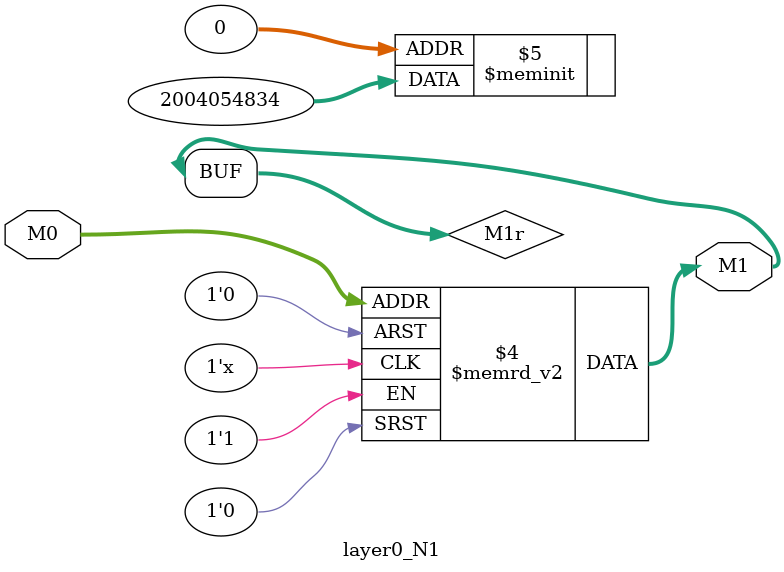
<source format=v>
module layer0_N1 ( input [3:0] M0, output [1:0] M1 );

	(*rom_style = "distributed" *) reg [1:0] M1r;
	assign M1 = M1r;
	always @ (M0) begin
		case (M0)
			4'b0000: M1r = 2'b10;
			4'b1000: M1r = 2'b11;
			4'b0100: M1r = 2'b11;
			4'b1100: M1r = 2'b11;
			4'b0010: M1r = 2'b11;
			4'b1010: M1r = 2'b11;
			4'b0110: M1r = 2'b11;
			4'b1110: M1r = 2'b11;
			4'b0001: M1r = 2'b00;
			4'b1001: M1r = 2'b00;
			4'b0101: M1r = 2'b00;
			4'b1101: M1r = 2'b01;
			4'b0011: M1r = 2'b00;
			4'b1011: M1r = 2'b01;
			4'b0111: M1r = 2'b01;
			4'b1111: M1r = 2'b01;

		endcase
	end
endmodule

</source>
